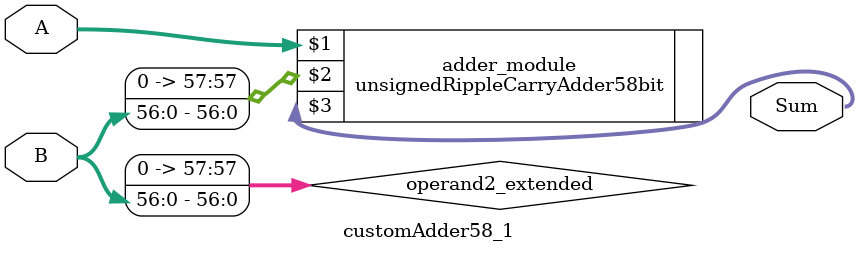
<source format=v>
module customAdder58_1(
                        input [57 : 0] A,
                        input [56 : 0] B,
                        
                        output [58 : 0] Sum
                );

        wire [57 : 0] operand2_extended;
        
        assign operand2_extended =  {1'b0, B};
        
        unsignedRippleCarryAdder58bit adder_module(
            A,
            operand2_extended,
            Sum
        );
        
        endmodule
        
</source>
